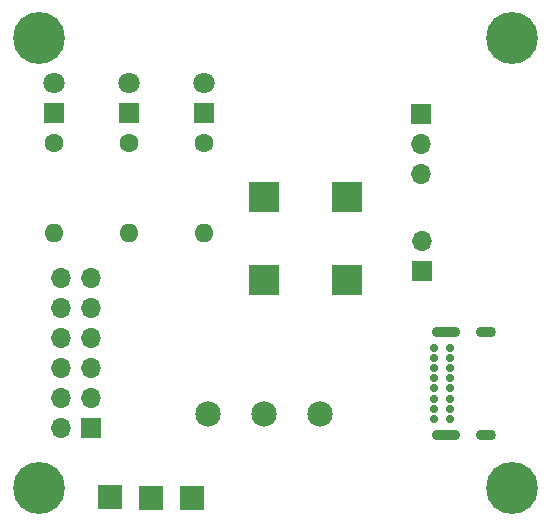
<source format=gts>
G04 #@! TF.GenerationSoftware,KiCad,Pcbnew,(6.0.7-1)-1*
G04 #@! TF.CreationDate,2023-01-09T18:43:15-05:00*
G04 #@! TF.ProjectId,DebugBoard,44656275-6742-46f6-9172-642e6b696361,rev?*
G04 #@! TF.SameCoordinates,Original*
G04 #@! TF.FileFunction,Soldermask,Top*
G04 #@! TF.FilePolarity,Negative*
%FSLAX46Y46*%
G04 Gerber Fmt 4.6, Leading zero omitted, Abs format (unit mm)*
G04 Created by KiCad (PCBNEW (6.0.7-1)-1) date 2023-01-09 18:43:15*
%MOMM*%
%LPD*%
G01*
G04 APERTURE LIST*
%ADD10R,2.000000X2.000000*%
%ADD11C,2.159000*%
%ADD12O,1.700000X1.700000*%
%ADD13R,1.700000X1.700000*%
%ADD14C,4.400000*%
%ADD15C,1.600000*%
%ADD16O,1.600000X1.600000*%
%ADD17R,1.800000X1.800000*%
%ADD18C,1.800000*%
%ADD19C,0.700000*%
%ADD20O,1.700000X0.900000*%
%ADD21O,2.400000X0.900000*%
%ADD22R,2.500000X2.500000*%
G04 APERTURE END LIST*
D10*
X113309400Y-115087400D03*
X109804200Y-115087400D03*
X106299000Y-115062000D03*
D11*
X124130001Y-107982250D03*
X119380000Y-107982250D03*
X114630000Y-107982250D03*
D12*
X132683400Y-87670400D03*
X132683400Y-85130400D03*
D13*
X132683400Y-82590400D03*
D14*
X100330000Y-76200000D03*
D13*
X132760000Y-95915000D03*
D12*
X132760000Y-93375000D03*
D15*
X107950000Y-85090000D03*
D16*
X107950000Y-92710000D03*
D17*
X101600000Y-82550000D03*
D18*
X101600000Y-80010000D03*
D13*
X104710000Y-109220000D03*
D12*
X102170000Y-109220000D03*
X104710000Y-106680000D03*
X102170000Y-106680000D03*
X104710000Y-104140000D03*
X102170000Y-104140000D03*
X104710000Y-101600000D03*
X102170000Y-101600000D03*
X104710000Y-99060000D03*
X102170000Y-99060000D03*
X104710000Y-96520000D03*
X102170000Y-96520000D03*
D19*
X133770000Y-108385000D03*
X133770000Y-107535000D03*
X133770000Y-106685000D03*
X133770000Y-105835000D03*
X133770000Y-104985000D03*
X133770000Y-104135000D03*
X133770000Y-103285000D03*
X133770000Y-102435000D03*
X135120000Y-102435000D03*
X135120000Y-103285000D03*
X135120000Y-104135000D03*
X135120000Y-104985000D03*
X135120000Y-105835000D03*
X135120000Y-106685000D03*
X135120000Y-107535000D03*
X135120000Y-108385000D03*
D20*
X138130000Y-109735000D03*
D21*
X134750000Y-101085000D03*
X134750000Y-109735000D03*
D20*
X138130000Y-101085000D03*
D22*
X119359800Y-89616400D03*
X126359800Y-89616400D03*
X126359800Y-96616400D03*
X119359800Y-96616400D03*
D14*
X100330000Y-114300000D03*
X140335000Y-76200000D03*
X140335000Y-114300000D03*
D15*
X114300000Y-85090000D03*
D16*
X114300000Y-92710000D03*
D15*
X101600000Y-85090000D03*
D16*
X101600000Y-92710000D03*
D17*
X107950000Y-82550000D03*
D18*
X107950000Y-80010000D03*
D17*
X114300000Y-82550000D03*
D18*
X114300000Y-80010000D03*
M02*

</source>
